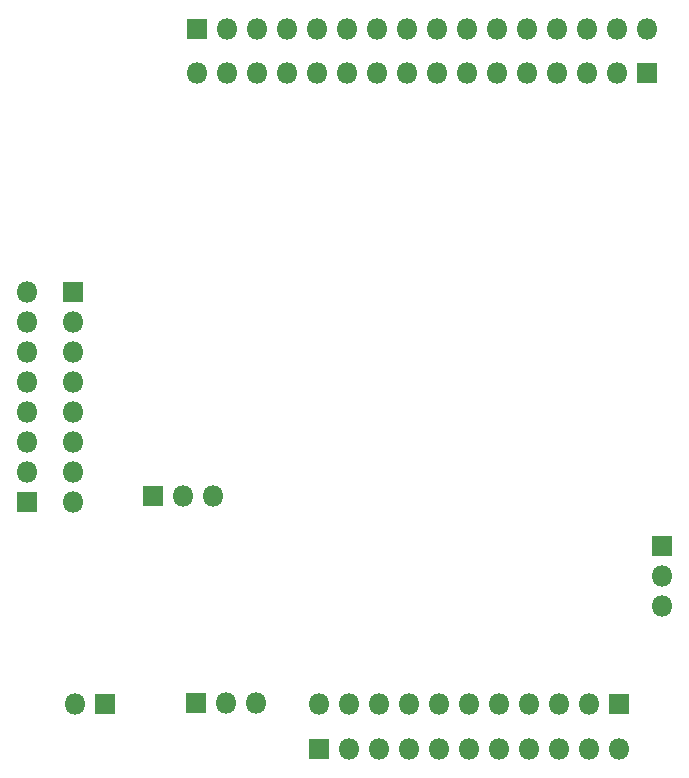
<source format=gbr>
%TF.GenerationSoftware,KiCad,Pcbnew,(5.1.6)-1*%
%TF.CreationDate,2020-09-22T22:19:13+03:00*%
%TF.ProjectId,Z80_devboard,5a38305f-6465-4766-926f-6172642e6b69,rev?*%
%TF.SameCoordinates,Original*%
%TF.FileFunction,Soldermask,Bot*%
%TF.FilePolarity,Negative*%
%FSLAX46Y46*%
G04 Gerber Fmt 4.6, Leading zero omitted, Abs format (unit mm)*
G04 Created by KiCad (PCBNEW (5.1.6)-1) date 2020-09-22 22:19:13*
%MOMM*%
%LPD*%
G01*
G04 APERTURE LIST*
%ADD10O,1.800000X1.800000*%
%ADD11R,1.800000X1.800000*%
G04 APERTURE END LIST*
D10*
%TO.C,J10*%
X128460500Y-115811300D03*
X125920500Y-115811300D03*
X123380500Y-115811300D03*
X120840500Y-115811300D03*
X118300500Y-115811300D03*
X115760500Y-115811300D03*
X113220500Y-115811300D03*
X110680500Y-115811300D03*
X108140500Y-115811300D03*
X105600500Y-115811300D03*
D11*
X103060500Y-115811300D03*
%TD*%
D10*
%TO.C,J9*%
X130822700Y-54889400D03*
X128282700Y-54889400D03*
X125742700Y-54889400D03*
X123202700Y-54889400D03*
X120662700Y-54889400D03*
X118122700Y-54889400D03*
X115582700Y-54889400D03*
X113042700Y-54889400D03*
X110502700Y-54889400D03*
X107962700Y-54889400D03*
X105422700Y-54889400D03*
X102882700Y-54889400D03*
X100342700Y-54889400D03*
X97802700Y-54889400D03*
X95262700Y-54889400D03*
D11*
X92722700Y-54889400D03*
%TD*%
D10*
%TO.C,J8*%
X78308200Y-77127100D03*
X78308200Y-79667100D03*
X78308200Y-82207100D03*
X78308200Y-84747100D03*
X78308200Y-87287100D03*
X78308200Y-89827100D03*
X78308200Y-92367100D03*
D11*
X78308200Y-94907100D03*
%TD*%
D10*
%TO.C,J7*%
X132080000Y-103759000D03*
X132080000Y-101219000D03*
D11*
X132080000Y-98679000D03*
%TD*%
D10*
%TO.C,J6*%
X97663000Y-111950500D03*
X95123000Y-111950500D03*
D11*
X92583000Y-111950500D03*
%TD*%
D10*
%TO.C,J5*%
X94043500Y-94424500D03*
X91503500Y-94424500D03*
D11*
X88963500Y-94424500D03*
%TD*%
D10*
%TO.C,J4*%
X82359500Y-112014000D03*
D11*
X84899500Y-112014000D03*
%TD*%
D10*
%TO.C,J3*%
X103060500Y-112014000D03*
X105600500Y-112014000D03*
X108140500Y-112014000D03*
X110680500Y-112014000D03*
X113220500Y-112014000D03*
X115760500Y-112014000D03*
X118300500Y-112014000D03*
X120840500Y-112014000D03*
X123380500Y-112014000D03*
X125920500Y-112014000D03*
D11*
X128460500Y-112014000D03*
%TD*%
D10*
%TO.C,J2*%
X92710000Y-58610500D03*
X95250000Y-58610500D03*
X97790000Y-58610500D03*
X100330000Y-58610500D03*
X102870000Y-58610500D03*
X105410000Y-58610500D03*
X107950000Y-58610500D03*
X110490000Y-58610500D03*
X113030000Y-58610500D03*
X115570000Y-58610500D03*
X118110000Y-58610500D03*
X120650000Y-58610500D03*
X123190000Y-58610500D03*
X125730000Y-58610500D03*
X128270000Y-58610500D03*
D11*
X130810000Y-58610500D03*
%TD*%
D10*
%TO.C,J1*%
X82169000Y-94932500D03*
X82169000Y-92392500D03*
X82169000Y-89852500D03*
X82169000Y-87312500D03*
X82169000Y-84772500D03*
X82169000Y-82232500D03*
X82169000Y-79692500D03*
D11*
X82169000Y-77152500D03*
%TD*%
M02*

</source>
